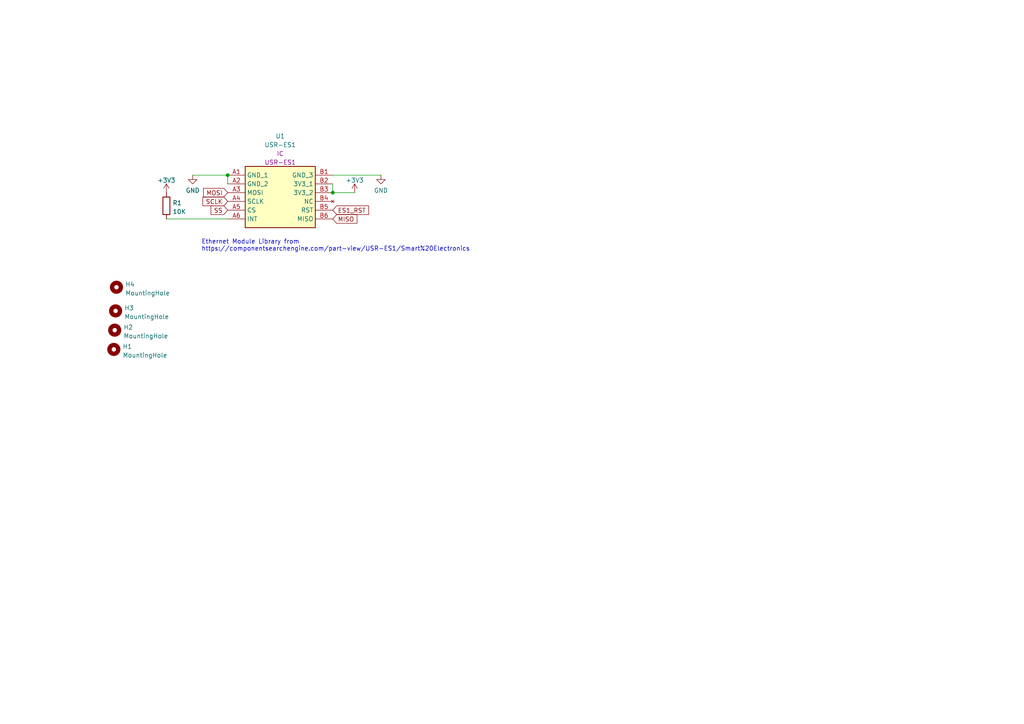
<source format=kicad_sch>
(kicad_sch (version 20211123) (generator eeschema)
  (paper "A4")
  (lib_symbols
    (symbol "Device:R" (pin_numbers hide) (pin_names (offset 0))
      (property "Reference" "R" (at 2.032 0 90))
      (property "Value" "R" (at 0 0 90))
      (symbol "R_0_1"
        (rectangle (start -1.016 -2.54) (end 1.016 2.54) (stroke (width 0.254)))
      )
      (symbol "R_1_1"
        (pin passive line (at 0 3.81 270) (length 1.27) (name "~") (number "1"))
        (pin passive line (at 0 -3.81 90) (length 1.27) (name "~") (number "2"))
      )
    )
    (symbol "Mechanical:MountingHole" (pin_names (offset 1.016))
      (property "Reference" "H" (at 0 5.08 0))
      (property "Value" "MountingHole" (at 0 3.175 0))
      (symbol "MountingHole_0_1"
        (circle (center 0 0) (radius 1.27) (stroke (width 1.27)))
      )
    )
    (symbol "USR-ES1:USR-ES1"
      (property "Value" "USR-ES1" (at 0 0 0))
      (property "Reference_1" "IC" (at 26.67 7.62 0))
      (property "Value_1" "USR-ES1" (at 26.67 5.08 0))
      (symbol "USR-ES1_1_1"
        (rectangle (start 5.08 2.54) (end 25.4 -15.24) (stroke (width 0.254)) (fill (type background)))
        (pin passive line (at 0 0 0) (length 5.08) (name "GND_1") (number "A1"))
        (pin passive line (at 0 -2.54 0) (length 5.08) (name "GND_2") (number "A2"))
        (pin passive line (at 0 -5.08 0) (length 5.08) (name "MOSI") (number "A3"))
        (pin passive line (at 0 -7.62 0) (length 5.08) (name "SCLK") (number "A4"))
        (pin passive line (at 0 -10.16 0) (length 5.08) (name "CS") (number "A5"))
        (pin passive line (at 0 -12.7 0) (length 5.08) (name "INT") (number "A6"))
        (pin passive line (at 30.48 0 180) (length 5.08) (name "GND_3") (number "B1"))
        (pin passive line (at 30.48 -2.54 180) (length 5.08) (name "3V3_1") (number "B2"))
        (pin passive line (at 30.48 -5.08 180) (length 5.08) (name "3V3_2") (number "B3"))
        (pin no_connect line (at 30.48 -7.62 180) (length 5.08) (name "NC") (number "B4"))
        (pin passive line (at 30.48 -10.16 180) (length 5.08) (name "RST") (number "B5"))
        (pin passive line (at 30.48 -12.7 180) (length 5.08) (name "MISO") (number "B6"))
      )
    )
    (symbol "power:+3V3" (power) (pin_names (offset 0))
      (property "Value" "+3V3" (at 0 3.556 0))
      (symbol "+3V3_0_1"
        (polyline (pts (xy -0.762 1.27) (xy 0 2.54)))
        (polyline (pts (xy 0 0) (xy 0 2.54)))
        (polyline (pts (xy 0 2.54) (xy 0.762 1.27)))
      )
      (symbol "+3V3_1_1"
        (pin power_in line (at 0 0 90) (length 0) hide (name "+3V3") (number "1"))
      )
    )
    (symbol "power:GND" (power) (pin_names (offset 0))
      (property "Value" "GND" (at 0 -3.81 0))
      (symbol "GND_0_1"
        (polyline (pts (xy 0 0) (xy 0 -1.27) (xy 1.27 -1.27) (xy 0 -2.54) (xy -1.27 -1.27) (xy 0 -1.27)))
      )
      (symbol "GND_1_1"
        (pin power_in line (at 0 0 270) (length 0) hide (name "GND") (number "1"))
      )
    )
  )
  (junction (at 66.04 50.8))
  (junction (at 96.52 55.88))
  (wire (pts (xy 96.52 50.8) (xy 110.49 50.8)))
  (wire (pts (xy 66.04 50.8) (xy 66.04 53.34)))
  (wire (pts (xy 96.52 55.88) (xy 102.87 55.88)))
  (wire (pts (xy 96.52 53.34) (xy 96.52 55.88)))
  (wire (pts (xy 55.88 50.8) (xy 66.04 50.8)))
  (wire (pts (xy 48.26 63.5) (xy 66.04 63.5)))
  (text "Ethernet Module Library from \nhttps://componentsearchengine.com/part-view/USR-ES1/Smart%20Electronics" (at 58.42 73.025 0) (effects (font (size 1.27 1.27)) (justify left bottom)))
  (global_label "MOSI" (shape input) (at 66.04 55.88 180) (property "Intersheet References" "${INTERSHEET_REFS}" (effects hide)))
  (global_label "MISO" (shape input) (at 96.52 63.5 0) (property "Intersheet References" "${INTERSHEET_REFS}" (effects hide)))
  (global_label "SS" (shape input) (at 66.04 60.96 180) (property "Intersheet References" "${INTERSHEET_REFS}" (effects hide)))
  (global_label "SCLK" (shape input) (at 66.04 58.42 180) (property "Intersheet References" "${INTERSHEET_REFS}" (effects hide)))
  (global_label "ES1_RST" (shape input) (at 96.52 60.96 0) (property "Intersheet References" "${INTERSHEET_REFS}" (effects hide)))
  (symbol (lib_id "Device:R") (at 48.26 59.69 0) (unit 1)
    (property "Reference" "R1" (at 50.038 58.8553 0) (effects (justify left)))
    (property "Value" "10K" (at 50.038 61.3922 0) (effects (justify left)))
    (property "Footprint" "Resistor_THT:R_Axial_DIN0204_L3.6mm_D1.6mm_P2.54mm_Vertical" (effects hide))
  )
  (symbol (lib_id "Mechanical:MountingHole") (at 33.782 83.312 0) (unit 1)
    (property "Reference" "H4" (at 36.322 82.4773 0) (effects (justify left)))
    (property "Value" "MountingHole" (at 36.322 85.0142 0) (effects (justify left)))
    (property "Footprint" "Arduino_MountingHole:MountingHole_3.2mm" (effects hide))
  )
  (symbol (lib_id "power:+3V3") (at 102.87 55.88 0) (unit 1)
    (property "Reference" "#PWR010" (effects hide))
    (property "Value" "+3V3" (at 102.87 52.3042 0))
  )
  (symbol (lib_id "power:+3V3") (at 48.26 55.88 0) (unit 1)
    (property "Reference" "#PWR08" (effects hide))
    (property "Value" "+3V3" (at 48.26 52.3042 0))
  )
  (symbol (lib_id "power:GND") (at 110.49 50.8 0) (unit 1)
    (property "Reference" "#PWR011" (effects hide))
    (property "Value" "GND" (at 110.49 55.2434 0))
  )
  (symbol (lib_id "power:GND") (at 55.88 50.8 0) (unit 1)
    (property "Reference" "#PWR09" (effects hide))
    (property "Value" "GND" (at 55.88 55.2434 0))
  )
  (symbol (lib_id "Mechanical:MountingHole") (at 33.02 101.346 0) (unit 1)
    (property "Reference" "H1" (at 35.56 100.5113 0) (effects (justify left)))
    (property "Value" "MountingHole" (at 35.56 103.0482 0) (effects (justify left)))
    (property "Footprint" "Arduino_MountingHole:MountingHole_3.2mm" (effects hide))
  )
  (symbol (lib_id "USR-ES1:USR-ES1") (at 66.04 50.8 0) (unit 1)
    (property "Reference" "U1" (at 81.28 39.4864 0))
    (property "Value" "USR-ES1" (at 81.28 42.0233 0))
    (property "Footprint" "USR-ES1:USRES1" (effects hide))
    (property "Reference_1" "IC" (at 81.28 44.5602 0))
    (property "Value_1" "USR-ES1" (at 81.28 47.0971 0))
    (property "Footprint_1" "USRES1" (effects hide))
    (property "Datasheet_1" "https://www.aliexpress.com/item/Free-Shipping-USR-ES1-W5500-Chip-New-SPI-to-LAN-Ethernet-Converter-TCP-IP-Mod/32714438223.html?spm=a2g0s.9042311.0.0.27424c4dBBEz2G" (effects hide))
    (property "Height" "3" (effects hide))
    (property "Manufacturer_Name" "Smart Electronics" (effects hide))
    (property "Manufacturer_Part_Number" "USR-ES1" (effects hide))
  )
  (symbol (lib_id "Mechanical:MountingHole") (at 33.528 90.17 0) (unit 1)
    (property "Reference" "H3" (at 36.068 89.3353 0) (effects (justify left)))
    (property "Value" "MountingHole" (at 36.068 91.8722 0) (effects (justify left)))
    (property "Footprint" "Arduino_MountingHole:MountingHole_3.2mm" (effects hide))
  )
  (symbol (lib_id "Mechanical:MountingHole") (at 33.274 95.758 0) (unit 1)
    (property "Reference" "H2" (at 35.814 94.9233 0) (effects (justify left)))
    (property "Value" "MountingHole" (at 35.814 97.4602 0) (effects (justify left)))
    (property "Footprint" "Arduino_MountingHole:MountingHole_3.2mm" (effects hide))
  )
)
</source>
